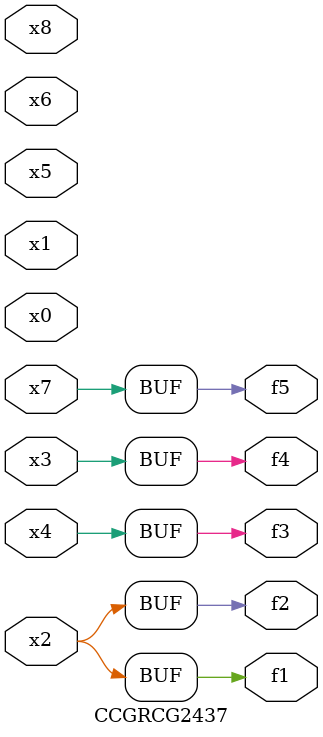
<source format=v>
module CCGRCG2437(
	input x0, x1, x2, x3, x4, x5, x6, x7, x8,
	output f1, f2, f3, f4, f5
);
	assign f1 = x2;
	assign f2 = x2;
	assign f3 = x4;
	assign f4 = x3;
	assign f5 = x7;
endmodule

</source>
